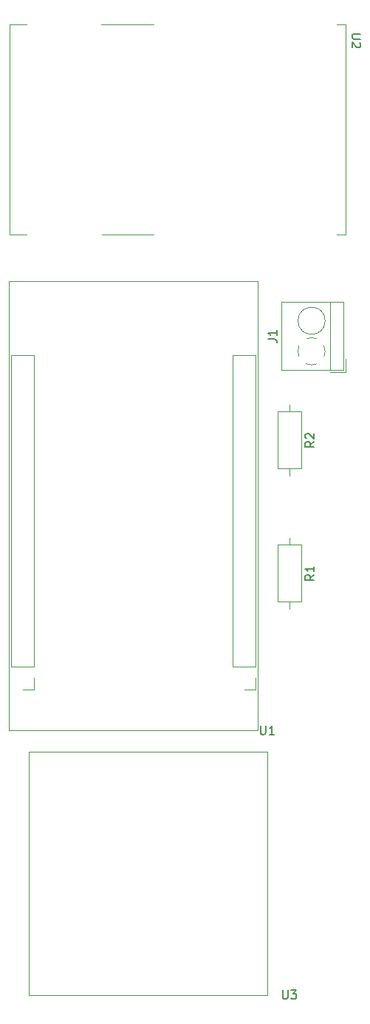
<source format=gbr>
%TF.GenerationSoftware,KiCad,Pcbnew,(6.0.5-0)*%
%TF.CreationDate,2022-05-16T13:23:45-04:00*%
%TF.ProjectId,test_project,74657374-5f70-4726-9f6a-6563742e6b69,rev?*%
%TF.SameCoordinates,Original*%
%TF.FileFunction,Legend,Top*%
%TF.FilePolarity,Positive*%
%FSLAX46Y46*%
G04 Gerber Fmt 4.6, Leading zero omitted, Abs format (unit mm)*
G04 Created by KiCad (PCBNEW (6.0.5-0)) date 2022-05-16 13:23:45*
%MOMM*%
%LPD*%
G01*
G04 APERTURE LIST*
%ADD10C,0.150000*%
%ADD11C,0.120000*%
%ADD12C,0.050000*%
G04 APERTURE END LIST*
D10*
%TO.C,U2*%
X147867619Y-34798095D02*
X147058095Y-34798095D01*
X146962857Y-34845714D01*
X146915238Y-34893333D01*
X146867619Y-34988571D01*
X146867619Y-35179047D01*
X146915238Y-35274285D01*
X146962857Y-35321904D01*
X147058095Y-35369523D01*
X147867619Y-35369523D01*
X147772380Y-35798095D02*
X147820000Y-35845714D01*
X147867619Y-35940952D01*
X147867619Y-36179047D01*
X147820000Y-36274285D01*
X147772380Y-36321904D01*
X147677142Y-36369523D01*
X147581904Y-36369523D01*
X147439047Y-36321904D01*
X146867619Y-35750476D01*
X146867619Y-36369523D01*
%TO.C,R2*%
X142522380Y-81446666D02*
X142046190Y-81780000D01*
X142522380Y-82018095D02*
X141522380Y-82018095D01*
X141522380Y-81637142D01*
X141570000Y-81541904D01*
X141617619Y-81494285D01*
X141712857Y-81446666D01*
X141855714Y-81446666D01*
X141950952Y-81494285D01*
X141998571Y-81541904D01*
X142046190Y-81637142D01*
X142046190Y-82018095D01*
X141617619Y-81065714D02*
X141570000Y-81018095D01*
X141522380Y-80922857D01*
X141522380Y-80684761D01*
X141570000Y-80589523D01*
X141617619Y-80541904D01*
X141712857Y-80494285D01*
X141808095Y-80494285D01*
X141950952Y-80541904D01*
X142522380Y-81113333D01*
X142522380Y-80494285D01*
%TO.C,U1*%
X136398095Y-113964880D02*
X136398095Y-114774404D01*
X136445714Y-114869642D01*
X136493333Y-114917261D01*
X136588571Y-114964880D01*
X136779047Y-114964880D01*
X136874285Y-114917261D01*
X136921904Y-114869642D01*
X136969523Y-114774404D01*
X136969523Y-113964880D01*
X137969523Y-114964880D02*
X137398095Y-114964880D01*
X137683809Y-114964880D02*
X137683809Y-113964880D01*
X137588571Y-114107738D01*
X137493333Y-114202976D01*
X137398095Y-114250595D01*
%TO.C,R1*%
X142522380Y-96686666D02*
X142046190Y-97020000D01*
X142522380Y-97258095D02*
X141522380Y-97258095D01*
X141522380Y-96877142D01*
X141570000Y-96781904D01*
X141617619Y-96734285D01*
X141712857Y-96686666D01*
X141855714Y-96686666D01*
X141950952Y-96734285D01*
X141998571Y-96781904D01*
X142046190Y-96877142D01*
X142046190Y-97258095D01*
X142522380Y-95734285D02*
X142522380Y-96305714D01*
X142522380Y-96020000D02*
X141522380Y-96020000D01*
X141665238Y-96115238D01*
X141760476Y-96210476D01*
X141808095Y-96305714D01*
%TO.C,U3*%
X138938095Y-144232380D02*
X138938095Y-145041904D01*
X138985714Y-145137142D01*
X139033333Y-145184761D01*
X139128571Y-145232380D01*
X139319047Y-145232380D01*
X139414285Y-145184761D01*
X139461904Y-145137142D01*
X139509523Y-145041904D01*
X139509523Y-144232380D01*
X139890476Y-144232380D02*
X140509523Y-144232380D01*
X140176190Y-144613333D01*
X140319047Y-144613333D01*
X140414285Y-144660952D01*
X140461904Y-144708571D01*
X140509523Y-144803809D01*
X140509523Y-145041904D01*
X140461904Y-145137142D01*
X140414285Y-145184761D01*
X140319047Y-145232380D01*
X140033333Y-145232380D01*
X139938095Y-145184761D01*
X139890476Y-145137142D01*
%TO.C,J1*%
X137232380Y-69703333D02*
X137946666Y-69703333D01*
X138089523Y-69750952D01*
X138184761Y-69846190D01*
X138232380Y-69989047D01*
X138232380Y-70084285D01*
X138232380Y-68703333D02*
X138232380Y-69274761D01*
X138232380Y-68989047D02*
X137232380Y-68989047D01*
X137375238Y-69084285D01*
X137470476Y-69179523D01*
X137518095Y-69274761D01*
D11*
%TO.C,U2*%
X146155000Y-33720000D02*
X146155000Y-57720000D01*
X107655000Y-57720000D02*
X109595000Y-57720000D01*
X146155000Y-57720000D02*
X145155000Y-57720000D01*
X146155000Y-33720000D02*
X145155000Y-33720000D01*
X124155000Y-57720000D02*
X118215000Y-57720000D01*
X107655000Y-33720000D02*
X107655000Y-57720000D01*
X107655000Y-33720000D02*
X109595000Y-33720000D01*
X124155000Y-33720000D02*
X118155000Y-33720000D01*
%TO.C,R2*%
X138330000Y-78010000D02*
X138330000Y-84550000D01*
X139700000Y-77240000D02*
X139700000Y-78010000D01*
X141070000Y-78010000D02*
X138330000Y-78010000D01*
X141070000Y-84550000D02*
X141070000Y-78010000D01*
X139700000Y-85320000D02*
X139700000Y-84550000D01*
X138330000Y-84550000D02*
X141070000Y-84550000D01*
%TO.C,U1*%
X135837500Y-71602500D02*
X133177500Y-71602500D01*
X135837500Y-109822500D02*
X134507500Y-109822500D01*
X107777500Y-107222500D02*
X107777500Y-71602500D01*
X133177500Y-107222500D02*
X133177500Y-71602500D01*
X110437500Y-108492500D02*
X110437500Y-109822500D01*
X110437500Y-109822500D02*
X109107500Y-109822500D01*
X110437500Y-107222500D02*
X110437500Y-71602500D01*
X110437500Y-107222500D02*
X107777500Y-107222500D01*
X110437500Y-71602500D02*
X107777500Y-71602500D01*
X135837500Y-108492500D02*
X135837500Y-109822500D01*
X135837500Y-107222500D02*
X135837500Y-71602500D01*
X135837500Y-107222500D02*
X133177500Y-107222500D01*
D12*
X136057500Y-114512500D02*
X107557500Y-114512500D01*
X107557500Y-114512500D02*
X107557500Y-63062500D01*
X107557500Y-63062500D02*
X136057500Y-63062500D01*
X136057500Y-63062500D02*
X136057500Y-114512500D01*
D11*
%TO.C,R1*%
X138330000Y-93250000D02*
X138330000Y-99790000D01*
X141070000Y-93250000D02*
X138330000Y-93250000D01*
X138330000Y-99790000D02*
X141070000Y-99790000D01*
X141070000Y-99790000D02*
X141070000Y-93250000D01*
X139700000Y-92480000D02*
X139700000Y-93250000D01*
X139700000Y-100560000D02*
X139700000Y-99790000D01*
%TO.C,U3*%
X137160000Y-144780000D02*
X109860000Y-144780000D01*
X109860000Y-144780000D02*
X109860000Y-116980000D01*
X109860000Y-116980000D02*
X137160000Y-116980000D01*
X137160000Y-116980000D02*
X137160000Y-144780000D01*
%TO.C,J1*%
X144340000Y-73280000D02*
X144340000Y-65460000D01*
X138780000Y-73280000D02*
X145900000Y-73280000D01*
X144400000Y-73520000D02*
X146140000Y-73520000D01*
X138780000Y-65460000D02*
X145900000Y-65460000D01*
X138780000Y-73280000D02*
X138780000Y-65460000D01*
X145900000Y-73280000D02*
X145900000Y-65460000D01*
X146140000Y-73520000D02*
X146140000Y-72020000D01*
X141632000Y-72552000D02*
G75*
G03*
X142847742Y-72552109I608000J1432000D01*
G01*
X143795000Y-71120000D02*
G75*
G03*
X143671385Y-70512413I-1555000J0D01*
G01*
X142848000Y-69688000D02*
G75*
G03*
X141632258Y-69687891I-607999J-1432003D01*
G01*
X140808000Y-70512000D02*
G75*
G03*
X140807891Y-71727742I1432000J-608000D01*
G01*
X143672000Y-71728000D02*
G75*
G03*
X143795493Y-71092989I-1431988J607998D01*
G01*
X143795000Y-67620000D02*
G75*
G03*
X143795000Y-67620000I-1555000J0D01*
G01*
%TD*%
M02*

</source>
